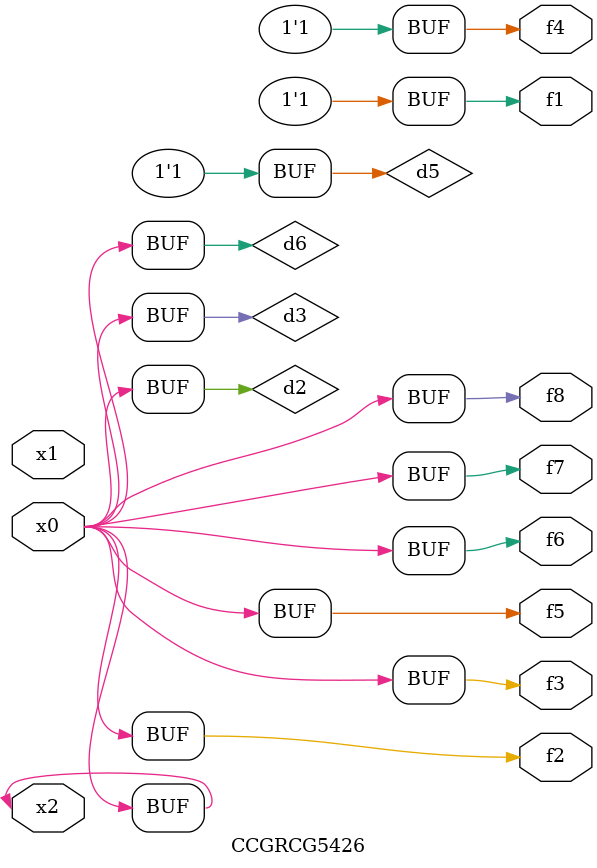
<source format=v>
module CCGRCG5426(
	input x0, x1, x2,
	output f1, f2, f3, f4, f5, f6, f7, f8
);

	wire d1, d2, d3, d4, d5, d6;

	xnor (d1, x2);
	buf (d2, x0, x2);
	and (d3, x0);
	xnor (d4, x1, x2);
	nand (d5, d1, d3);
	buf (d6, d2, d3);
	assign f1 = d5;
	assign f2 = d6;
	assign f3 = d6;
	assign f4 = d5;
	assign f5 = d6;
	assign f6 = d6;
	assign f7 = d6;
	assign f8 = d6;
endmodule

</source>
